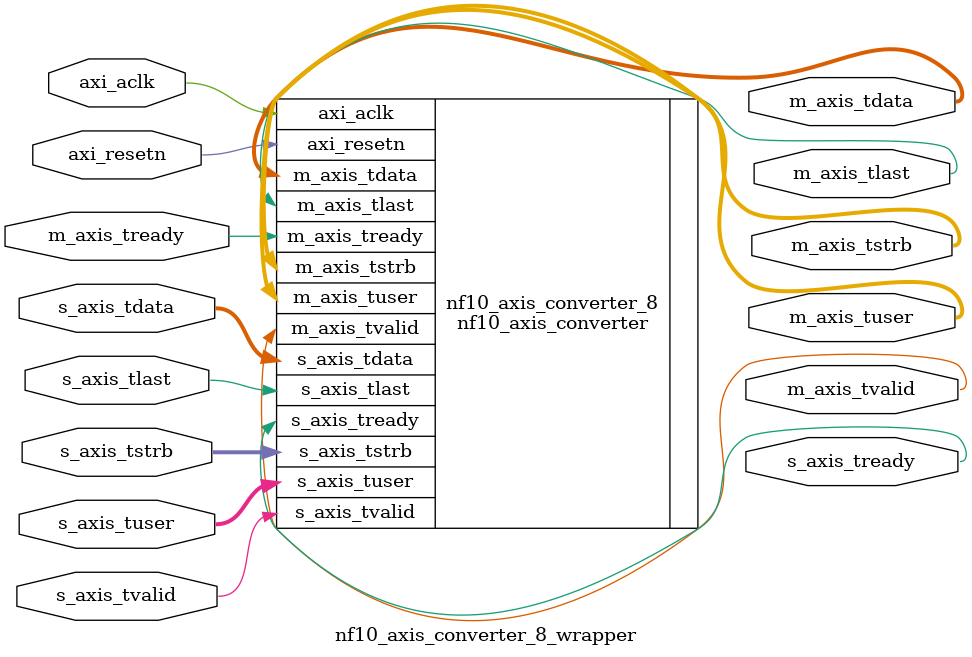
<source format=v>

module nf10_axis_converter_8_wrapper
  (
    axi_aclk,
    axi_resetn,
    m_axis_tdata,
    m_axis_tstrb,
    m_axis_tuser,
    m_axis_tvalid,
    m_axis_tready,
    m_axis_tlast,
    s_axis_tdata,
    s_axis_tstrb,
    s_axis_tuser,
    s_axis_tvalid,
    s_axis_tready,
    s_axis_tlast
  );
  input axi_aclk;
  input axi_resetn;
  output [63:0] m_axis_tdata;
  output [7:0] m_axis_tstrb;
  output [127:0] m_axis_tuser;
  output m_axis_tvalid;
  input m_axis_tready;
  output m_axis_tlast;
  input [255:0] s_axis_tdata;
  input [31:0] s_axis_tstrb;
  input [127:0] s_axis_tuser;
  input s_axis_tvalid;
  output s_axis_tready;
  input s_axis_tlast;

  nf10_axis_converter
    #(
      .C_M_AXIS_DATA_WIDTH ( 64 ),
      .C_S_AXIS_DATA_WIDTH ( 256 ),
      .C_M_AXIS_TUSER_WIDTH ( 128 ),
      .C_S_AXIS_TUSER_WIDTH ( 128 ),
      .C_LEN_WIDTH ( 16 ),
      .C_SPT_WIDTH ( 8 ),
      .C_DPT_WIDTH ( 8 ),
      .C_DEFAULT_VALUE_ENABLE ( 0 ),
      .C_DEFAULT_SRC_PORT ( 8'h00 ),
      .C_DEFAULT_DST_PORT ( 8'h00 )
    )
    nf10_axis_converter_8 (
      .axi_aclk ( axi_aclk ),
      .axi_resetn ( axi_resetn ),
      .m_axis_tdata ( m_axis_tdata ),
      .m_axis_tstrb ( m_axis_tstrb ),
      .m_axis_tuser ( m_axis_tuser ),
      .m_axis_tvalid ( m_axis_tvalid ),
      .m_axis_tready ( m_axis_tready ),
      .m_axis_tlast ( m_axis_tlast ),
      .s_axis_tdata ( s_axis_tdata ),
      .s_axis_tstrb ( s_axis_tstrb ),
      .s_axis_tuser ( s_axis_tuser ),
      .s_axis_tvalid ( s_axis_tvalid ),
      .s_axis_tready ( s_axis_tready ),
      .s_axis_tlast ( s_axis_tlast )
    );

endmodule


</source>
